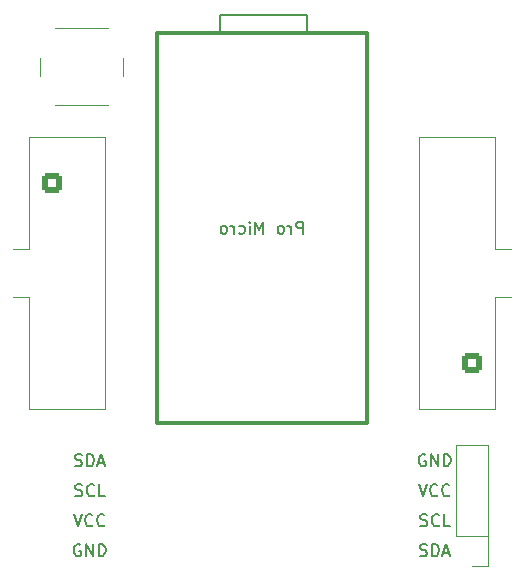
<source format=gto>
%TF.GenerationSoftware,KiCad,Pcbnew,(6.0.5-0)*%
%TF.CreationDate,2022-06-20T18:53:45+08:00*%
%TF.ProjectId,Control,436f6e74-726f-46c2-9e6b-696361645f70,V3.2.1*%
%TF.SameCoordinates,PX7df6180PY32de760*%
%TF.FileFunction,Legend,Top*%
%TF.FilePolarity,Positive*%
%FSLAX46Y46*%
G04 Gerber Fmt 4.6, Leading zero omitted, Abs format (unit mm)*
G04 Created by KiCad (PCBNEW (6.0.5-0)) date 2022-06-20 18:53:45*
%MOMM*%
%LPD*%
G01*
G04 APERTURE LIST*
G04 Aperture macros list*
%AMRoundRect*
0 Rectangle with rounded corners*
0 $1 Rounding radius*
0 $2 $3 $4 $5 $6 $7 $8 $9 X,Y pos of 4 corners*
0 Add a 4 corners polygon primitive as box body*
4,1,4,$2,$3,$4,$5,$6,$7,$8,$9,$2,$3,0*
0 Add four circle primitives for the rounded corners*
1,1,$1+$1,$2,$3*
1,1,$1+$1,$4,$5*
1,1,$1+$1,$6,$7*
1,1,$1+$1,$8,$9*
0 Add four rect primitives between the rounded corners*
20,1,$1+$1,$2,$3,$4,$5,0*
20,1,$1+$1,$4,$5,$6,$7,0*
20,1,$1+$1,$6,$7,$8,$9,0*
20,1,$1+$1,$8,$9,$2,$3,0*%
G04 Aperture macros list end*
%ADD10C,0.152400*%
%ADD11C,0.120000*%
%ADD12C,0.300000*%
%ADD13C,0.200000*%
%ADD14C,0.381000*%
%ADD15C,0.010000*%
%ADD16RoundRect,0.250000X-0.600000X-0.600000X0.600000X-0.600000X0.600000X0.600000X-0.600000X0.600000X0*%
%ADD17C,1.700000*%
%ADD18RoundRect,0.250000X0.600000X0.600000X-0.600000X0.600000X-0.600000X-0.600000X0.600000X-0.600000X0*%
%ADD19C,2.000000*%
%ADD20R,1.700000X1.700000*%
%ADD21O,1.700000X1.700000*%
G04 APERTURE END LIST*
D10*
X21450904Y-31877000D02*
X21354142Y-31828619D01*
X21209000Y-31828619D01*
X21063857Y-31877000D01*
X20967095Y-31973761D01*
X20918714Y-32070523D01*
X20870333Y-32264047D01*
X20870333Y-32409190D01*
X20918714Y-32602714D01*
X20967095Y-32699476D01*
X21063857Y-32796238D01*
X21209000Y-32844619D01*
X21305761Y-32844619D01*
X21450904Y-32796238D01*
X21499285Y-32747857D01*
X21499285Y-32409190D01*
X21305761Y-32409190D01*
X21934714Y-32844619D02*
X21934714Y-31828619D01*
X22515285Y-32844619D01*
X22515285Y-31828619D01*
X22999095Y-32844619D02*
X22999095Y-31828619D01*
X23241000Y-31828619D01*
X23386142Y-31877000D01*
X23482904Y-31973761D01*
X23531285Y-32070523D01*
X23579666Y-32264047D01*
X23579666Y-32409190D01*
X23531285Y-32602714D01*
X23482904Y-32699476D01*
X23386142Y-32796238D01*
X23241000Y-32844619D01*
X22999095Y-32844619D01*
X-8218715Y-32796238D02*
X-8073572Y-32844619D01*
X-7831667Y-32844619D01*
X-7734905Y-32796238D01*
X-7686524Y-32747857D01*
X-7638143Y-32651095D01*
X-7638143Y-32554333D01*
X-7686524Y-32457571D01*
X-7734905Y-32409190D01*
X-7831667Y-32360809D01*
X-8025191Y-32312428D01*
X-8121953Y-32264047D01*
X-8170334Y-32215666D01*
X-8218715Y-32118904D01*
X-8218715Y-32022142D01*
X-8170334Y-31925380D01*
X-8121953Y-31877000D01*
X-8025191Y-31828619D01*
X-7783286Y-31828619D01*
X-7638143Y-31877000D01*
X-7202715Y-32844619D02*
X-7202715Y-31828619D01*
X-6960810Y-31828619D01*
X-6815667Y-31877000D01*
X-6718905Y-31973761D01*
X-6670524Y-32070523D01*
X-6622143Y-32264047D01*
X-6622143Y-32409190D01*
X-6670524Y-32602714D01*
X-6718905Y-32699476D01*
X-6815667Y-32796238D01*
X-6960810Y-32844619D01*
X-7202715Y-32844619D01*
X-6235096Y-32554333D02*
X-5751286Y-32554333D01*
X-6331858Y-32844619D02*
X-5993191Y-31828619D01*
X-5654524Y-32844619D01*
X-8339667Y-36908619D02*
X-8001000Y-37924619D01*
X-7662334Y-36908619D01*
X-6743096Y-37827857D02*
X-6791477Y-37876238D01*
X-6936620Y-37924619D01*
X-7033381Y-37924619D01*
X-7178524Y-37876238D01*
X-7275286Y-37779476D01*
X-7323667Y-37682714D01*
X-7372048Y-37489190D01*
X-7372048Y-37344047D01*
X-7323667Y-37150523D01*
X-7275286Y-37053761D01*
X-7178524Y-36957000D01*
X-7033381Y-36908619D01*
X-6936620Y-36908619D01*
X-6791477Y-36957000D01*
X-6743096Y-37005380D01*
X-5727096Y-37827857D02*
X-5775477Y-37876238D01*
X-5920620Y-37924619D01*
X-6017381Y-37924619D01*
X-6162524Y-37876238D01*
X-6259286Y-37779476D01*
X-6307667Y-37682714D01*
X-6356048Y-37489190D01*
X-6356048Y-37344047D01*
X-6307667Y-37150523D01*
X-6259286Y-37053761D01*
X-6162524Y-36957000D01*
X-6017381Y-36908619D01*
X-5920620Y-36908619D01*
X-5775477Y-36957000D01*
X-5727096Y-37005380D01*
X-8194524Y-35336238D02*
X-8049381Y-35384619D01*
X-7807477Y-35384619D01*
X-7710715Y-35336238D01*
X-7662334Y-35287857D01*
X-7613953Y-35191095D01*
X-7613953Y-35094333D01*
X-7662334Y-34997571D01*
X-7710715Y-34949190D01*
X-7807477Y-34900809D01*
X-8001000Y-34852428D01*
X-8097762Y-34804047D01*
X-8146143Y-34755666D01*
X-8194524Y-34658904D01*
X-8194524Y-34562142D01*
X-8146143Y-34465380D01*
X-8097762Y-34417000D01*
X-8001000Y-34368619D01*
X-7759096Y-34368619D01*
X-7613953Y-34417000D01*
X-6597953Y-35287857D02*
X-6646334Y-35336238D01*
X-6791477Y-35384619D01*
X-6888239Y-35384619D01*
X-7033381Y-35336238D01*
X-7130143Y-35239476D01*
X-7178524Y-35142714D01*
X-7226905Y-34949190D01*
X-7226905Y-34804047D01*
X-7178524Y-34610523D01*
X-7130143Y-34513761D01*
X-7033381Y-34417000D01*
X-6888239Y-34368619D01*
X-6791477Y-34368619D01*
X-6646334Y-34417000D01*
X-6597953Y-34465380D01*
X-5678715Y-35384619D02*
X-6162524Y-35384619D01*
X-6162524Y-34368619D01*
X21015476Y-37876238D02*
X21160619Y-37924619D01*
X21402523Y-37924619D01*
X21499285Y-37876238D01*
X21547666Y-37827857D01*
X21596047Y-37731095D01*
X21596047Y-37634333D01*
X21547666Y-37537571D01*
X21499285Y-37489190D01*
X21402523Y-37440809D01*
X21209000Y-37392428D01*
X21112238Y-37344047D01*
X21063857Y-37295666D01*
X21015476Y-37198904D01*
X21015476Y-37102142D01*
X21063857Y-37005380D01*
X21112238Y-36957000D01*
X21209000Y-36908619D01*
X21450904Y-36908619D01*
X21596047Y-36957000D01*
X22612047Y-37827857D02*
X22563666Y-37876238D01*
X22418523Y-37924619D01*
X22321761Y-37924619D01*
X22176619Y-37876238D01*
X22079857Y-37779476D01*
X22031476Y-37682714D01*
X21983095Y-37489190D01*
X21983095Y-37344047D01*
X22031476Y-37150523D01*
X22079857Y-37053761D01*
X22176619Y-36957000D01*
X22321761Y-36908619D01*
X22418523Y-36908619D01*
X22563666Y-36957000D01*
X22612047Y-37005380D01*
X23531285Y-37924619D02*
X23047476Y-37924619D01*
X23047476Y-36908619D01*
X20870333Y-34368619D02*
X21209000Y-35384619D01*
X21547666Y-34368619D01*
X22466904Y-35287857D02*
X22418523Y-35336238D01*
X22273380Y-35384619D01*
X22176619Y-35384619D01*
X22031476Y-35336238D01*
X21934714Y-35239476D01*
X21886333Y-35142714D01*
X21837952Y-34949190D01*
X21837952Y-34804047D01*
X21886333Y-34610523D01*
X21934714Y-34513761D01*
X22031476Y-34417000D01*
X22176619Y-34368619D01*
X22273380Y-34368619D01*
X22418523Y-34417000D01*
X22466904Y-34465380D01*
X23482904Y-35287857D02*
X23434523Y-35336238D01*
X23289380Y-35384619D01*
X23192619Y-35384619D01*
X23047476Y-35336238D01*
X22950714Y-35239476D01*
X22902333Y-35142714D01*
X22853952Y-34949190D01*
X22853952Y-34804047D01*
X22902333Y-34610523D01*
X22950714Y-34513761D01*
X23047476Y-34417000D01*
X23192619Y-34368619D01*
X23289380Y-34368619D01*
X23434523Y-34417000D01*
X23482904Y-34465380D01*
X-7759096Y-39497000D02*
X-7855858Y-39448619D01*
X-8001000Y-39448619D01*
X-8146143Y-39497000D01*
X-8242905Y-39593761D01*
X-8291286Y-39690523D01*
X-8339667Y-39884047D01*
X-8339667Y-40029190D01*
X-8291286Y-40222714D01*
X-8242905Y-40319476D01*
X-8146143Y-40416238D01*
X-8001000Y-40464619D01*
X-7904239Y-40464619D01*
X-7759096Y-40416238D01*
X-7710715Y-40367857D01*
X-7710715Y-40029190D01*
X-7904239Y-40029190D01*
X-7275286Y-40464619D02*
X-7275286Y-39448619D01*
X-6694715Y-40464619D01*
X-6694715Y-39448619D01*
X-6210905Y-40464619D02*
X-6210905Y-39448619D01*
X-5969000Y-39448619D01*
X-5823858Y-39497000D01*
X-5727096Y-39593761D01*
X-5678715Y-39690523D01*
X-5630334Y-39884047D01*
X-5630334Y-40029190D01*
X-5678715Y-40222714D01*
X-5727096Y-40319476D01*
X-5823858Y-40416238D01*
X-5969000Y-40464619D01*
X-6210905Y-40464619D01*
X20991285Y-40416238D02*
X21136428Y-40464619D01*
X21378333Y-40464619D01*
X21475095Y-40416238D01*
X21523476Y-40367857D01*
X21571857Y-40271095D01*
X21571857Y-40174333D01*
X21523476Y-40077571D01*
X21475095Y-40029190D01*
X21378333Y-39980809D01*
X21184809Y-39932428D01*
X21088047Y-39884047D01*
X21039666Y-39835666D01*
X20991285Y-39738904D01*
X20991285Y-39642142D01*
X21039666Y-39545380D01*
X21088047Y-39497000D01*
X21184809Y-39448619D01*
X21426714Y-39448619D01*
X21571857Y-39497000D01*
X22007285Y-40464619D02*
X22007285Y-39448619D01*
X22249190Y-39448619D01*
X22394333Y-39497000D01*
X22491095Y-39593761D01*
X22539476Y-39690523D01*
X22587857Y-39884047D01*
X22587857Y-40029190D01*
X22539476Y-40222714D01*
X22491095Y-40319476D01*
X22394333Y-40416238D01*
X22249190Y-40464619D01*
X22007285Y-40464619D01*
X22974904Y-40174333D02*
X23458714Y-40174333D01*
X22878142Y-40464619D02*
X23216809Y-39448619D01*
X23555476Y-40464619D01*
%TO.C,U1*%
X11079238Y-13159619D02*
X11079238Y-12143619D01*
X10692190Y-12143619D01*
X10595428Y-12192000D01*
X10547047Y-12240380D01*
X10498666Y-12337142D01*
X10498666Y-12482285D01*
X10547047Y-12579047D01*
X10595428Y-12627428D01*
X10692190Y-12675809D01*
X11079238Y-12675809D01*
X10063238Y-13159619D02*
X10063238Y-12482285D01*
X10063238Y-12675809D02*
X10014857Y-12579047D01*
X9966476Y-12530666D01*
X9869714Y-12482285D01*
X9772952Y-12482285D01*
X9289142Y-13159619D02*
X9385904Y-13111238D01*
X9434285Y-13062857D01*
X9482666Y-12966095D01*
X9482666Y-12675809D01*
X9434285Y-12579047D01*
X9385904Y-12530666D01*
X9289142Y-12482285D01*
X9144000Y-12482285D01*
X9047238Y-12530666D01*
X8998857Y-12579047D01*
X8950476Y-12675809D01*
X8950476Y-12966095D01*
X8998857Y-13062857D01*
X9047238Y-13111238D01*
X9144000Y-13159619D01*
X9289142Y-13159619D01*
X7740952Y-13159619D02*
X7740952Y-12143619D01*
X7402285Y-12869333D01*
X7063619Y-12143619D01*
X7063619Y-13159619D01*
X6579809Y-13159619D02*
X6579809Y-12482285D01*
X6579809Y-12143619D02*
X6628190Y-12192000D01*
X6579809Y-12240380D01*
X6531428Y-12192000D01*
X6579809Y-12143619D01*
X6579809Y-12240380D01*
X5660571Y-13111238D02*
X5757333Y-13159619D01*
X5950857Y-13159619D01*
X6047619Y-13111238D01*
X6096000Y-13062857D01*
X6144380Y-12966095D01*
X6144380Y-12675809D01*
X6096000Y-12579047D01*
X6047619Y-12530666D01*
X5950857Y-12482285D01*
X5757333Y-12482285D01*
X5660571Y-12530666D01*
X5225142Y-13159619D02*
X5225142Y-12482285D01*
X5225142Y-12675809D02*
X5176761Y-12579047D01*
X5128380Y-12530666D01*
X5031619Y-12482285D01*
X4934857Y-12482285D01*
X4451047Y-13159619D02*
X4547809Y-13111238D01*
X4596190Y-13062857D01*
X4644571Y-12966095D01*
X4644571Y-12675809D01*
X4596190Y-12579047D01*
X4547809Y-12530666D01*
X4451047Y-12482285D01*
X4305904Y-12482285D01*
X4209142Y-12530666D01*
X4160761Y-12579047D01*
X4112380Y-12675809D01*
X4112380Y-12966095D01*
X4160761Y-13062857D01*
X4209142Y-13111238D01*
X4305904Y-13159619D01*
X4451047Y-13159619D01*
D11*
%TO.C,J1*%
X-12140000Y-14460000D02*
X-12140000Y-4980000D01*
X-12140000Y-18560000D02*
X-12140000Y-18560000D01*
X-12140000Y-4980000D02*
X-5640000Y-4980000D01*
X-12140000Y-28040000D02*
X-12140000Y-18560000D01*
X-12140000Y-18560000D02*
X-13450000Y-18560000D01*
X-5640000Y-28040000D02*
X-12140000Y-28040000D01*
X-13450000Y-14460000D02*
X-12140000Y-14460000D01*
X-5640000Y-4980000D02*
X-5640000Y-28040000D01*
%TO.C,J2*%
X20880000Y-4980000D02*
X27380000Y-4980000D01*
X20880000Y-28040000D02*
X20880000Y-4980000D01*
X27380000Y-14460000D02*
X28690000Y-14460000D01*
X27380000Y-4980000D02*
X27380000Y-14460000D01*
X28690000Y-18560000D02*
X27380000Y-18560000D01*
X27380000Y-14460000D02*
X27380000Y-14460000D01*
X27380000Y-28040000D02*
X20880000Y-28040000D01*
X27380000Y-18560000D02*
X27380000Y-28040000D01*
%TO.C,SW1*%
X-9945000Y-2270000D02*
X-5445000Y-2270000D01*
X-4195000Y230000D02*
X-4195000Y1730000D01*
X-11195000Y1730000D02*
X-11195000Y230000D01*
X-5445000Y4230000D02*
X-9945000Y4230000D01*
%TO.C,J4*%
X24070000Y-38735000D02*
X24070000Y-31055000D01*
X26730000Y-38735000D02*
X26730000Y-31055000D01*
X26730000Y-41335000D02*
X25400000Y-41335000D01*
X26730000Y-38735000D02*
X24070000Y-38735000D01*
X26730000Y-31055000D02*
X24070000Y-31055000D01*
X26730000Y-41335000D02*
X26730000Y-38675000D01*
X26730000Y-40005000D02*
X26730000Y-41335000D01*
D12*
%TO.C,U1*%
X16510000Y-29210000D02*
X-1270000Y-29210000D01*
X-1270000Y-29210000D02*
X-1270000Y3810000D01*
D13*
X4064000Y5334000D02*
X4064000Y3810000D01*
D12*
X-1270000Y3810000D02*
X16510000Y3810000D01*
D13*
X11430000Y3810000D02*
X11430000Y5334000D01*
D12*
X16510000Y3810000D02*
X16510000Y-29210000D01*
D13*
X11430000Y5334000D02*
X4064000Y5334000D01*
%TD*%
%LPC*%
D14*
X-1631421Y-37344047D02*
X-1313921Y-34804047D01*
X-346302Y-34804047D01*
X-119517Y-34925000D01*
X-13683Y-35045952D01*
X77031Y-35287857D01*
X31674Y-35650714D01*
X-119517Y-35892619D01*
X-255588Y-36013571D01*
X-512612Y-36134523D01*
X-1480231Y-36134523D01*
X908579Y-37344047D02*
X1120245Y-35650714D01*
X1059769Y-36134523D02*
X1210960Y-35892619D01*
X1347031Y-35771666D01*
X1604055Y-35650714D01*
X1845960Y-35650714D01*
X3569531Y-37344047D02*
X3735841Y-36013571D01*
X3645126Y-35771666D01*
X3418341Y-35650714D01*
X2934531Y-35650714D01*
X2677507Y-35771666D01*
X3584650Y-37223095D02*
X3327626Y-37344047D01*
X2722864Y-37344047D01*
X2496079Y-37223095D01*
X2405364Y-36981190D01*
X2435602Y-36739285D01*
X2586793Y-36497380D01*
X2843817Y-36376428D01*
X3448579Y-36376428D01*
X3705602Y-36255476D01*
X6079293Y-35650714D02*
X5822269Y-37706904D01*
X5671079Y-37948809D01*
X5535007Y-38069761D01*
X5277983Y-38190714D01*
X4915126Y-38190714D01*
X4688341Y-38069761D01*
X5882745Y-37223095D02*
X5625722Y-37344047D01*
X5141912Y-37344047D01*
X4915126Y-37223095D01*
X4809293Y-37102142D01*
X4718579Y-36860238D01*
X4809293Y-36134523D01*
X4960483Y-35892619D01*
X5096555Y-35771666D01*
X5353579Y-35650714D01*
X5837388Y-35650714D01*
X6064174Y-35771666D01*
X7077150Y-37344047D02*
X7288817Y-35650714D01*
X7258579Y-35892619D02*
X7394650Y-35771666D01*
X7651674Y-35650714D01*
X8014531Y-35650714D01*
X8241317Y-35771666D01*
X8332031Y-36013571D01*
X8165722Y-37344047D01*
X8332031Y-36013571D02*
X8483222Y-35771666D01*
X8740245Y-35650714D01*
X9103102Y-35650714D01*
X9329888Y-35771666D01*
X9420602Y-36013571D01*
X9254293Y-37344047D01*
X11552388Y-37344047D02*
X11718698Y-36013571D01*
X11627983Y-35771666D01*
X11401198Y-35650714D01*
X10917388Y-35650714D01*
X10660364Y-35771666D01*
X11567507Y-37223095D02*
X11310483Y-37344047D01*
X10705722Y-37344047D01*
X10478936Y-37223095D01*
X10388222Y-36981190D01*
X10418460Y-36739285D01*
X10569650Y-36497380D01*
X10826674Y-36376428D01*
X11431436Y-36376428D01*
X11688460Y-36255476D01*
X12610722Y-35650714D02*
X13578341Y-35650714D01*
X13079412Y-34804047D02*
X12807269Y-36981190D01*
X12897983Y-37223095D01*
X13124769Y-37344047D01*
X13366674Y-37344047D01*
X14213341Y-37344047D02*
X14425007Y-35650714D01*
X14530841Y-34804047D02*
X14394769Y-34925000D01*
X14500602Y-35045952D01*
X14636674Y-34925000D01*
X14530841Y-34804047D01*
X14500602Y-35045952D01*
X16526555Y-37223095D02*
X16269531Y-37344047D01*
X15785722Y-37344047D01*
X15558936Y-37223095D01*
X15453102Y-37102142D01*
X15362388Y-36860238D01*
X15453102Y-36134523D01*
X15604293Y-35892619D01*
X15740364Y-35771666D01*
X15997388Y-35650714D01*
X16481198Y-35650714D01*
X16707983Y-35771666D01*
%TO.C,Logo1*%
G36*
X24639833Y-688663D02*
G01*
X24642048Y-726850D01*
X24643784Y-784886D01*
X24644899Y-858180D01*
X24645257Y-935055D01*
X24645257Y-1195196D01*
X24599326Y-1241127D01*
X24567675Y-1269429D01*
X24539890Y-1280893D01*
X24501915Y-1280168D01*
X24486840Y-1278321D01*
X24439726Y-1272948D01*
X24400756Y-1269869D01*
X24391257Y-1269585D01*
X24359233Y-1271445D01*
X24313432Y-1276114D01*
X24295674Y-1278321D01*
X24252057Y-1281735D01*
X24222745Y-1274320D01*
X24193680Y-1251427D01*
X24183188Y-1241127D01*
X24137257Y-1195196D01*
X24137257Y-708602D01*
X24174226Y-691758D01*
X24206059Y-679282D01*
X24224683Y-674914D01*
X24229458Y-688718D01*
X24233921Y-727286D01*
X24237775Y-786356D01*
X24240722Y-861663D01*
X24242143Y-925286D01*
X24246114Y-1175657D01*
X24280759Y-1180556D01*
X24312268Y-1177131D01*
X24327708Y-1166041D01*
X24332023Y-1145308D01*
X24335708Y-1101145D01*
X24338469Y-1039146D01*
X24340012Y-964909D01*
X24340235Y-926706D01*
X24340457Y-706783D01*
X24386166Y-690849D01*
X24418518Y-680015D01*
X24436115Y-674962D01*
X24436623Y-674914D01*
X24438388Y-688648D01*
X24440329Y-726730D01*
X24442282Y-784482D01*
X24444084Y-857227D01*
X24445343Y-925286D01*
X24449314Y-1175657D01*
X24536400Y-1175657D01*
X24540396Y-947240D01*
X24544392Y-718822D01*
X24586847Y-696868D01*
X24618192Y-681793D01*
X24636744Y-674951D01*
X24637279Y-674914D01*
X24639833Y-688663D01*
G37*
D15*
X24639833Y-688663D02*
X24642048Y-726850D01*
X24643784Y-784886D01*
X24644899Y-858180D01*
X24645257Y-935055D01*
X24645257Y-1195196D01*
X24599326Y-1241127D01*
X24567675Y-1269429D01*
X24539890Y-1280893D01*
X24501915Y-1280168D01*
X24486840Y-1278321D01*
X24439726Y-1272948D01*
X24400756Y-1269869D01*
X24391257Y-1269585D01*
X24359233Y-1271445D01*
X24313432Y-1276114D01*
X24295674Y-1278321D01*
X24252057Y-1281735D01*
X24222745Y-1274320D01*
X24193680Y-1251427D01*
X24183188Y-1241127D01*
X24137257Y-1195196D01*
X24137257Y-708602D01*
X24174226Y-691758D01*
X24206059Y-679282D01*
X24224683Y-674914D01*
X24229458Y-688718D01*
X24233921Y-727286D01*
X24237775Y-786356D01*
X24240722Y-861663D01*
X24242143Y-925286D01*
X24246114Y-1175657D01*
X24280759Y-1180556D01*
X24312268Y-1177131D01*
X24327708Y-1166041D01*
X24332023Y-1145308D01*
X24335708Y-1101145D01*
X24338469Y-1039146D01*
X24340012Y-964909D01*
X24340235Y-926706D01*
X24340457Y-706783D01*
X24386166Y-690849D01*
X24418518Y-680015D01*
X24436115Y-674962D01*
X24436623Y-674914D01*
X24438388Y-688648D01*
X24440329Y-726730D01*
X24442282Y-784482D01*
X24444084Y-857227D01*
X24445343Y-925286D01*
X24449314Y-1175657D01*
X24536400Y-1175657D01*
X24540396Y-947240D01*
X24544392Y-718822D01*
X24586847Y-696868D01*
X24618192Y-681793D01*
X24636744Y-674951D01*
X24637279Y-674914D01*
X24639833Y-688663D01*
G36*
X22963910Y4027652D02*
G01*
X23042454Y4027222D01*
X23099298Y4026058D01*
X23138105Y4023793D01*
X23162538Y4020060D01*
X23176262Y4014494D01*
X23182940Y4006727D01*
X23186236Y3996395D01*
X23186556Y3995057D01*
X23191562Y3970921D01*
X23200829Y3923299D01*
X23213392Y3857259D01*
X23228287Y3777872D01*
X23244551Y3690204D01*
X23245119Y3687125D01*
X23261410Y3601211D01*
X23276652Y3525304D01*
X23289861Y3463955D01*
X23300054Y3421718D01*
X23306248Y3403145D01*
X23306543Y3402816D01*
X23324788Y3393747D01*
X23362405Y3378633D01*
X23411271Y3360738D01*
X23411543Y3360642D01*
X23473093Y3337507D01*
X23545657Y3308035D01*
X23614057Y3278403D01*
X23617294Y3276938D01*
X23728702Y3226374D01*
X23975399Y3394840D01*
X24051077Y3446197D01*
X24119631Y3492111D01*
X24177088Y3529970D01*
X24219476Y3557163D01*
X24242825Y3571079D01*
X24245042Y3572111D01*
X24262010Y3567516D01*
X24293701Y3545345D01*
X24341352Y3504553D01*
X24406198Y3444095D01*
X24472397Y3379773D01*
X24536214Y3316388D01*
X24593329Y3258549D01*
X24640305Y3209825D01*
X24673703Y3173790D01*
X24690085Y3154016D01*
X24690694Y3152998D01*
X24692505Y3139428D01*
X24685683Y3117267D01*
X24668540Y3083522D01*
X24639393Y3035200D01*
X24596555Y2969308D01*
X24539448Y2884483D01*
X24488766Y2809823D01*
X24443461Y2742860D01*
X24406150Y2687484D01*
X24379452Y2647580D01*
X24365985Y2627038D01*
X24365137Y2625644D01*
X24366781Y2605962D01*
X24379245Y2567707D01*
X24400048Y2518111D01*
X24407462Y2502272D01*
X24439814Y2431710D01*
X24474328Y2351647D01*
X24502365Y2282371D01*
X24522568Y2230955D01*
X24538615Y2191881D01*
X24547888Y2171459D01*
X24549041Y2169886D01*
X24566096Y2167279D01*
X24606298Y2160137D01*
X24664302Y2149477D01*
X24734763Y2136315D01*
X24812335Y2121667D01*
X24891672Y2106551D01*
X24967431Y2091982D01*
X25034264Y2078978D01*
X25086828Y2068555D01*
X25119776Y2061730D01*
X25127857Y2059801D01*
X25136205Y2055038D01*
X25142506Y2044282D01*
X25147045Y2023902D01*
X25150104Y1990266D01*
X25151967Y1939745D01*
X25152918Y1868708D01*
X25153240Y1773524D01*
X25153257Y1734508D01*
X25153257Y1417201D01*
X25077057Y1402161D01*
X25034663Y1394005D01*
X24971400Y1382101D01*
X24894962Y1367884D01*
X24813043Y1352790D01*
X24790400Y1348645D01*
X24714806Y1333947D01*
X24648953Y1319495D01*
X24598366Y1306625D01*
X24568574Y1296678D01*
X24563612Y1293713D01*
X24551426Y1272717D01*
X24533953Y1232033D01*
X24514577Y1179678D01*
X24510734Y1168400D01*
X24485339Y1098477D01*
X24453817Y1019582D01*
X24422969Y948734D01*
X24422817Y948405D01*
X24371447Y837267D01*
X24540399Y588747D01*
X24709352Y340228D01*
X24492429Y122942D01*
X24426819Y58274D01*
X24366979Y1267D01*
X24316267Y-45033D01*
X24278046Y-77584D01*
X24255675Y-93343D01*
X24252466Y-94343D01*
X24233626Y-86469D01*
X24195180Y-64578D01*
X24141330Y-31267D01*
X24076276Y10869D01*
X24005940Y58057D01*
X23934555Y106190D01*
X23870908Y148072D01*
X23819041Y181129D01*
X23782995Y202782D01*
X23766867Y210457D01*
X23747189Y203963D01*
X23709875Y186850D01*
X23662621Y162674D01*
X23657612Y159987D01*
X23593977Y128073D01*
X23550341Y112421D01*
X23523202Y112255D01*
X23509057Y126796D01*
X23508975Y127000D01*
X23501905Y144221D01*
X23485042Y185101D01*
X23459695Y246475D01*
X23427171Y325181D01*
X23388778Y418053D01*
X23345822Y521928D01*
X23304222Y622498D01*
X23258504Y733484D01*
X23216526Y836297D01*
X23179548Y927785D01*
X23148827Y1004799D01*
X23125622Y1064185D01*
X23111190Y1102791D01*
X23106743Y1117200D01*
X23117896Y1133728D01*
X23147069Y1160070D01*
X23185971Y1189113D01*
X23296757Y1280961D01*
X23383351Y1386241D01*
X23444716Y1502734D01*
X23479815Y1628224D01*
X23487608Y1760493D01*
X23481943Y1821543D01*
X23451078Y1948205D01*
X23397920Y2060059D01*
X23325767Y2155999D01*
X23237917Y2234924D01*
X23137665Y2295730D01*
X23028310Y2337313D01*
X22913147Y2358572D01*
X22795475Y2358401D01*
X22678590Y2335699D01*
X22565789Y2289362D01*
X22460369Y2218287D01*
X22416368Y2178089D01*
X22331979Y2074871D01*
X22273222Y1962075D01*
X22239704Y1842990D01*
X22231035Y1720905D01*
X22246823Y1599107D01*
X22286678Y1480884D01*
X22350207Y1369525D01*
X22437021Y1268316D01*
X22534029Y1189113D01*
X22574437Y1158838D01*
X22602982Y1132781D01*
X22613257Y1117175D01*
X22607877Y1100157D01*
X22592575Y1059500D01*
X22568612Y998358D01*
X22537244Y919881D01*
X22499732Y827220D01*
X22457333Y723528D01*
X22415663Y622474D01*
X22369690Y511393D01*
X22327107Y408459D01*
X22289221Y316835D01*
X22257340Y239684D01*
X22232771Y180169D01*
X22216820Y141456D01*
X22210910Y127000D01*
X22196948Y112315D01*
X22169940Y112358D01*
X22126413Y127901D01*
X22062890Y159716D01*
X22062388Y159987D01*
X22014560Y184677D01*
X21975897Y202662D01*
X21954095Y210386D01*
X21953133Y210457D01*
X21936721Y202622D01*
X21900487Y180835D01*
X21848474Y147672D01*
X21784725Y105709D01*
X21714060Y58057D01*
X21642116Y9809D01*
X21577274Y-32151D01*
X21523735Y-65227D01*
X21485697Y-86821D01*
X21467533Y-94343D01*
X21450808Y-84457D01*
X21417180Y-56826D01*
X21370010Y-14495D01*
X21312658Y39495D01*
X21248484Y102101D01*
X21227497Y123017D01*
X21010499Y340377D01*
X21175668Y582780D01*
X21225864Y657219D01*
X21269919Y724028D01*
X21305362Y779335D01*
X21329719Y819271D01*
X21340522Y839964D01*
X21340838Y841437D01*
X21335143Y860942D01*
X21319826Y900178D01*
X21297537Y952570D01*
X21281893Y987645D01*
X21252641Y1054799D01*
X21225094Y1122642D01*
X21203737Y1179966D01*
X21197935Y1197428D01*
X21181452Y1244062D01*
X21165340Y1280095D01*
X21156490Y1293713D01*
X21136960Y1302048D01*
X21094334Y1313863D01*
X21034145Y1327819D01*
X20961922Y1342578D01*
X20929600Y1348645D01*
X20847522Y1363727D01*
X20768795Y1378331D01*
X20701109Y1391020D01*
X20652160Y1400358D01*
X20642943Y1402161D01*
X20566743Y1417201D01*
X20566743Y1734508D01*
X20566914Y1838846D01*
X20567616Y1917787D01*
X20569134Y1974962D01*
X20571749Y2014001D01*
X20575746Y2038535D01*
X20581409Y2052195D01*
X20589020Y2058611D01*
X20592143Y2059801D01*
X20610978Y2064020D01*
X20652588Y2072438D01*
X20711630Y2084039D01*
X20782757Y2097805D01*
X20860625Y2112720D01*
X20939887Y2127768D01*
X21015198Y2141931D01*
X21081213Y2154194D01*
X21132587Y2163539D01*
X21163975Y2168950D01*
X21170959Y2169886D01*
X21177285Y2182404D01*
X21191290Y2215754D01*
X21210355Y2263623D01*
X21217634Y2282371D01*
X21246996Y2354805D01*
X21281571Y2434830D01*
X21312537Y2502272D01*
X21335323Y2553841D01*
X21350482Y2596215D01*
X21355542Y2622166D01*
X21354736Y2625644D01*
X21344041Y2642064D01*
X21319620Y2678583D01*
X21284095Y2731313D01*
X21240087Y2796365D01*
X21190217Y2869849D01*
X21180356Y2884355D01*
X21122492Y2970296D01*
X21079956Y3035739D01*
X21051054Y3083696D01*
X21034090Y3117180D01*
X21027367Y3139205D01*
X21029190Y3152783D01*
X21029236Y3152869D01*
X21043586Y3170703D01*
X21075323Y3205183D01*
X21121010Y3252732D01*
X21177204Y3309778D01*
X21240468Y3372745D01*
X21247602Y3379773D01*
X21327330Y3456980D01*
X21388857Y3513670D01*
X21433421Y3550890D01*
X21462257Y3569685D01*
X21474958Y3572111D01*
X21493494Y3561529D01*
X21531961Y3537084D01*
X21586386Y3501388D01*
X21652798Y3457053D01*
X21727225Y3406689D01*
X21744601Y3394840D01*
X21991297Y3226374D01*
X22102706Y3276938D01*
X22170457Y3306405D01*
X22243183Y3336041D01*
X22305703Y3359670D01*
X22308457Y3360642D01*
X22357360Y3378543D01*
X22395057Y3393680D01*
X22413425Y3402790D01*
X22413456Y3402816D01*
X22419285Y3419283D01*
X22429192Y3459781D01*
X22442195Y3519758D01*
X22457309Y3594660D01*
X22473552Y3679936D01*
X22474881Y3687125D01*
X22491175Y3774986D01*
X22506133Y3854740D01*
X22518791Y3921319D01*
X22528186Y3969653D01*
X22533354Y3994675D01*
X22533444Y3995057D01*
X22536589Y4005701D01*
X22542704Y4013738D01*
X22555453Y4019533D01*
X22578500Y4023453D01*
X22615509Y4025865D01*
X22670144Y4027135D01*
X22746067Y4027629D01*
X22846944Y4027714D01*
X22860000Y4027714D01*
X22963910Y4027652D01*
G37*
X22963910Y4027652D02*
X23042454Y4027222D01*
X23099298Y4026058D01*
X23138105Y4023793D01*
X23162538Y4020060D01*
X23176262Y4014494D01*
X23182940Y4006727D01*
X23186236Y3996395D01*
X23186556Y3995057D01*
X23191562Y3970921D01*
X23200829Y3923299D01*
X23213392Y3857259D01*
X23228287Y3777872D01*
X23244551Y3690204D01*
X23245119Y3687125D01*
X23261410Y3601211D01*
X23276652Y3525304D01*
X23289861Y3463955D01*
X23300054Y3421718D01*
X23306248Y3403145D01*
X23306543Y3402816D01*
X23324788Y3393747D01*
X23362405Y3378633D01*
X23411271Y3360738D01*
X23411543Y3360642D01*
X23473093Y3337507D01*
X23545657Y3308035D01*
X23614057Y3278403D01*
X23617294Y3276938D01*
X23728702Y3226374D01*
X23975399Y3394840D01*
X24051077Y3446197D01*
X24119631Y3492111D01*
X24177088Y3529970D01*
X24219476Y3557163D01*
X24242825Y3571079D01*
X24245042Y3572111D01*
X24262010Y3567516D01*
X24293701Y3545345D01*
X24341352Y3504553D01*
X24406198Y3444095D01*
X24472397Y3379773D01*
X24536214Y3316388D01*
X24593329Y3258549D01*
X24640305Y3209825D01*
X24673703Y3173790D01*
X24690085Y3154016D01*
X24690694Y3152998D01*
X24692505Y3139428D01*
X24685683Y3117267D01*
X24668540Y3083522D01*
X24639393Y3035200D01*
X24596555Y2969308D01*
X24539448Y2884483D01*
X24488766Y2809823D01*
X24443461Y2742860D01*
X24406150Y2687484D01*
X24379452Y2647580D01*
X24365985Y2627038D01*
X24365137Y2625644D01*
X24366781Y2605962D01*
X24379245Y2567707D01*
X24400048Y2518111D01*
X24407462Y2502272D01*
X24439814Y2431710D01*
X24474328Y2351647D01*
X24502365Y2282371D01*
X24522568Y2230955D01*
X24538615Y2191881D01*
X24547888Y2171459D01*
X24549041Y2169886D01*
X24566096Y2167279D01*
X24606298Y2160137D01*
X24664302Y2149477D01*
X24734763Y2136315D01*
X24812335Y2121667D01*
X24891672Y2106551D01*
X24967431Y2091982D01*
X25034264Y2078978D01*
X25086828Y2068555D01*
X25119776Y2061730D01*
X25127857Y2059801D01*
X25136205Y2055038D01*
X25142506Y2044282D01*
X25147045Y2023902D01*
X25150104Y1990266D01*
X25151967Y1939745D01*
X25152918Y1868708D01*
X25153240Y1773524D01*
X25153257Y1734508D01*
X25153257Y1417201D01*
X25077057Y1402161D01*
X25034663Y1394005D01*
X24971400Y1382101D01*
X24894962Y1367884D01*
X24813043Y1352790D01*
X24790400Y1348645D01*
X24714806Y1333947D01*
X24648953Y1319495D01*
X24598366Y1306625D01*
X24568574Y1296678D01*
X24563612Y1293713D01*
X24551426Y1272717D01*
X24533953Y1232033D01*
X24514577Y1179678D01*
X24510734Y1168400D01*
X24485339Y1098477D01*
X24453817Y1019582D01*
X24422969Y948734D01*
X24422817Y948405D01*
X24371447Y837267D01*
X24540399Y588747D01*
X24709352Y340228D01*
X24492429Y122942D01*
X24426819Y58274D01*
X24366979Y1267D01*
X24316267Y-45033D01*
X24278046Y-77584D01*
X24255675Y-93343D01*
X24252466Y-94343D01*
X24233626Y-86469D01*
X24195180Y-64578D01*
X24141330Y-31267D01*
X24076276Y10869D01*
X24005940Y58057D01*
X23934555Y106190D01*
X23870908Y148072D01*
X23819041Y181129D01*
X23782995Y202782D01*
X23766867Y210457D01*
X23747189Y203963D01*
X23709875Y186850D01*
X23662621Y162674D01*
X23657612Y159987D01*
X23593977Y128073D01*
X23550341Y112421D01*
X23523202Y112255D01*
X23509057Y126796D01*
X23508975Y127000D01*
X23501905Y144221D01*
X23485042Y185101D01*
X23459695Y246475D01*
X23427171Y325181D01*
X23388778Y418053D01*
X23345822Y521928D01*
X23304222Y622498D01*
X23258504Y733484D01*
X23216526Y836297D01*
X23179548Y927785D01*
X23148827Y1004799D01*
X23125622Y1064185D01*
X23111190Y1102791D01*
X23106743Y1117200D01*
X23117896Y1133728D01*
X23147069Y1160070D01*
X23185971Y1189113D01*
X23296757Y1280961D01*
X23383351Y1386241D01*
X23444716Y1502734D01*
X23479815Y1628224D01*
X23487608Y1760493D01*
X23481943Y1821543D01*
X23451078Y1948205D01*
X23397920Y2060059D01*
X23325767Y2155999D01*
X23237917Y2234924D01*
X23137665Y2295730D01*
X23028310Y2337313D01*
X22913147Y2358572D01*
X22795475Y2358401D01*
X22678590Y2335699D01*
X22565789Y2289362D01*
X22460369Y2218287D01*
X22416368Y2178089D01*
X22331979Y2074871D01*
X22273222Y1962075D01*
X22239704Y1842990D01*
X22231035Y1720905D01*
X22246823Y1599107D01*
X22286678Y1480884D01*
X22350207Y1369525D01*
X22437021Y1268316D01*
X22534029Y1189113D01*
X22574437Y1158838D01*
X22602982Y1132781D01*
X22613257Y1117175D01*
X22607877Y1100157D01*
X22592575Y1059500D01*
X22568612Y998358D01*
X22537244Y919881D01*
X22499732Y827220D01*
X22457333Y723528D01*
X22415663Y622474D01*
X22369690Y511393D01*
X22327107Y408459D01*
X22289221Y316835D01*
X22257340Y239684D01*
X22232771Y180169D01*
X22216820Y141456D01*
X22210910Y127000D01*
X22196948Y112315D01*
X22169940Y112358D01*
X22126413Y127901D01*
X22062890Y159716D01*
X22062388Y159987D01*
X22014560Y184677D01*
X21975897Y202662D01*
X21954095Y210386D01*
X21953133Y210457D01*
X21936721Y202622D01*
X21900487Y180835D01*
X21848474Y147672D01*
X21784725Y105709D01*
X21714060Y58057D01*
X21642116Y9809D01*
X21577274Y-32151D01*
X21523735Y-65227D01*
X21485697Y-86821D01*
X21467533Y-94343D01*
X21450808Y-84457D01*
X21417180Y-56826D01*
X21370010Y-14495D01*
X21312658Y39495D01*
X21248484Y102101D01*
X21227497Y123017D01*
X21010499Y340377D01*
X21175668Y582780D01*
X21225864Y657219D01*
X21269919Y724028D01*
X21305362Y779335D01*
X21329719Y819271D01*
X21340522Y839964D01*
X21340838Y841437D01*
X21335143Y860942D01*
X21319826Y900178D01*
X21297537Y952570D01*
X21281893Y987645D01*
X21252641Y1054799D01*
X21225094Y1122642D01*
X21203737Y1179966D01*
X21197935Y1197428D01*
X21181452Y1244062D01*
X21165340Y1280095D01*
X21156490Y1293713D01*
X21136960Y1302048D01*
X21094334Y1313863D01*
X21034145Y1327819D01*
X20961922Y1342578D01*
X20929600Y1348645D01*
X20847522Y1363727D01*
X20768795Y1378331D01*
X20701109Y1391020D01*
X20652160Y1400358D01*
X20642943Y1402161D01*
X20566743Y1417201D01*
X20566743Y1734508D01*
X20566914Y1838846D01*
X20567616Y1917787D01*
X20569134Y1974962D01*
X20571749Y2014001D01*
X20575746Y2038535D01*
X20581409Y2052195D01*
X20589020Y2058611D01*
X20592143Y2059801D01*
X20610978Y2064020D01*
X20652588Y2072438D01*
X20711630Y2084039D01*
X20782757Y2097805D01*
X20860625Y2112720D01*
X20939887Y2127768D01*
X21015198Y2141931D01*
X21081213Y2154194D01*
X21132587Y2163539D01*
X21163975Y2168950D01*
X21170959Y2169886D01*
X21177285Y2182404D01*
X21191290Y2215754D01*
X21210355Y2263623D01*
X21217634Y2282371D01*
X21246996Y2354805D01*
X21281571Y2434830D01*
X21312537Y2502272D01*
X21335323Y2553841D01*
X21350482Y2596215D01*
X21355542Y2622166D01*
X21354736Y2625644D01*
X21344041Y2642064D01*
X21319620Y2678583D01*
X21284095Y2731313D01*
X21240087Y2796365D01*
X21190217Y2869849D01*
X21180356Y2884355D01*
X21122492Y2970296D01*
X21079956Y3035739D01*
X21051054Y3083696D01*
X21034090Y3117180D01*
X21027367Y3139205D01*
X21029190Y3152783D01*
X21029236Y3152869D01*
X21043586Y3170703D01*
X21075323Y3205183D01*
X21121010Y3252732D01*
X21177204Y3309778D01*
X21240468Y3372745D01*
X21247602Y3379773D01*
X21327330Y3456980D01*
X21388857Y3513670D01*
X21433421Y3550890D01*
X21462257Y3569685D01*
X21474958Y3572111D01*
X21493494Y3561529D01*
X21531961Y3537084D01*
X21586386Y3501388D01*
X21652798Y3457053D01*
X21727225Y3406689D01*
X21744601Y3394840D01*
X21991297Y3226374D01*
X22102706Y3276938D01*
X22170457Y3306405D01*
X22243183Y3336041D01*
X22305703Y3359670D01*
X22308457Y3360642D01*
X22357360Y3378543D01*
X22395057Y3393680D01*
X22413425Y3402790D01*
X22413456Y3402816D01*
X22419285Y3419283D01*
X22429192Y3459781D01*
X22442195Y3519758D01*
X22457309Y3594660D01*
X22473552Y3679936D01*
X22474881Y3687125D01*
X22491175Y3774986D01*
X22506133Y3854740D01*
X22518791Y3921319D01*
X22528186Y3969653D01*
X22533354Y3994675D01*
X22533444Y3995057D01*
X22536589Y4005701D01*
X22542704Y4013738D01*
X22555453Y4019533D01*
X22578500Y4023453D01*
X22615509Y4025865D01*
X22670144Y4027135D01*
X22746067Y4027629D01*
X22846944Y4027714D01*
X22860000Y4027714D01*
X22963910Y4027652D01*
G36*
X25728196Y-825384D02*
G01*
X25741884Y-776695D01*
X25764096Y-740849D01*
X25796574Y-712513D01*
X25810733Y-703355D01*
X25875053Y-679507D01*
X25945473Y-678006D01*
X26013595Y-696966D01*
X26071021Y-734497D01*
X26098719Y-768096D01*
X26120662Y-829064D01*
X26122405Y-877308D01*
X26118457Y-941816D01*
X25969686Y-1006934D01*
X25897349Y-1040202D01*
X25850084Y-1066964D01*
X25825507Y-1090144D01*
X25821237Y-1112667D01*
X25834889Y-1137455D01*
X25849943Y-1153886D01*
X25893746Y-1180235D01*
X25941389Y-1182081D01*
X25985145Y-1161546D01*
X26017289Y-1120752D01*
X26023038Y-1106347D01*
X26050576Y-1061356D01*
X26082258Y-1042182D01*
X26125714Y-1025779D01*
X26125714Y-1087966D01*
X26121872Y-1130283D01*
X26106823Y-1165969D01*
X26075280Y-1206943D01*
X26070592Y-1212267D01*
X26035506Y-1248720D01*
X26005347Y-1268283D01*
X25967615Y-1277283D01*
X25936335Y-1280230D01*
X25880385Y-1280965D01*
X25840555Y-1271660D01*
X25815708Y-1257846D01*
X25776656Y-1227467D01*
X25749625Y-1194613D01*
X25732517Y-1153294D01*
X25723238Y-1097521D01*
X25719693Y-1021305D01*
X25719410Y-982622D01*
X25720372Y-936247D01*
X25808007Y-936247D01*
X25809023Y-961126D01*
X25811556Y-965200D01*
X25828274Y-959665D01*
X25864249Y-945017D01*
X25912331Y-924190D01*
X25922386Y-919714D01*
X25983152Y-888814D01*
X26016632Y-861657D01*
X26023990Y-836220D01*
X26006391Y-810481D01*
X25991856Y-799109D01*
X25939410Y-776364D01*
X25890322Y-780122D01*
X25849227Y-807884D01*
X25820758Y-857152D01*
X25811631Y-896257D01*
X25808007Y-936247D01*
X25720372Y-936247D01*
X25721285Y-892249D01*
X25728196Y-825384D01*
G37*
X25728196Y-825384D02*
X25741884Y-776695D01*
X25764096Y-740849D01*
X25796574Y-712513D01*
X25810733Y-703355D01*
X25875053Y-679507D01*
X25945473Y-678006D01*
X26013595Y-696966D01*
X26071021Y-734497D01*
X26098719Y-768096D01*
X26120662Y-829064D01*
X26122405Y-877308D01*
X26118457Y-941816D01*
X25969686Y-1006934D01*
X25897349Y-1040202D01*
X25850084Y-1066964D01*
X25825507Y-1090144D01*
X25821237Y-1112667D01*
X25834889Y-1137455D01*
X25849943Y-1153886D01*
X25893746Y-1180235D01*
X25941389Y-1182081D01*
X25985145Y-1161546D01*
X26017289Y-1120752D01*
X26023038Y-1106347D01*
X26050576Y-1061356D01*
X26082258Y-1042182D01*
X26125714Y-1025779D01*
X26125714Y-1087966D01*
X26121872Y-1130283D01*
X26106823Y-1165969D01*
X26075280Y-1206943D01*
X26070592Y-1212267D01*
X26035506Y-1248720D01*
X26005347Y-1268283D01*
X25967615Y-1277283D01*
X25936335Y-1280230D01*
X25880385Y-1280965D01*
X25840555Y-1271660D01*
X25815708Y-1257846D01*
X25776656Y-1227467D01*
X25749625Y-1194613D01*
X25732517Y-1153294D01*
X25723238Y-1097521D01*
X25719693Y-1021305D01*
X25719410Y-982622D01*
X25720372Y-936247D01*
X25808007Y-936247D01*
X25809023Y-961126D01*
X25811556Y-965200D01*
X25828274Y-959665D01*
X25864249Y-945017D01*
X25912331Y-924190D01*
X25922386Y-919714D01*
X25983152Y-888814D01*
X26016632Y-861657D01*
X26023990Y-836220D01*
X26006391Y-810481D01*
X25991856Y-799109D01*
X25939410Y-776364D01*
X25890322Y-780122D01*
X25849227Y-807884D01*
X25820758Y-857152D01*
X25811631Y-896257D01*
X25808007Y-936247D01*
X25720372Y-936247D01*
X25721285Y-892249D01*
X25728196Y-825384D01*
G36*
X25004876Y-686335D02*
G01*
X25046667Y-705344D01*
X25079469Y-728378D01*
X25103503Y-754133D01*
X25120097Y-787358D01*
X25130577Y-832800D01*
X25136271Y-895207D01*
X25138507Y-979327D01*
X25138743Y-1034721D01*
X25138743Y-1250826D01*
X25101774Y-1267670D01*
X25072656Y-1279981D01*
X25058231Y-1284514D01*
X25055472Y-1271025D01*
X25053282Y-1234653D01*
X25051942Y-1181542D01*
X25051657Y-1139372D01*
X25050434Y-1078447D01*
X25047136Y-1030115D01*
X25042321Y-1000518D01*
X25038496Y-994229D01*
X25012783Y-1000652D01*
X24972418Y-1017125D01*
X24925679Y-1039458D01*
X24880845Y-1063457D01*
X24846193Y-1084930D01*
X24830002Y-1099685D01*
X24829938Y-1099845D01*
X24831330Y-1127152D01*
X24843818Y-1153219D01*
X24865743Y-1174392D01*
X24897743Y-1181474D01*
X24925092Y-1180649D01*
X24963826Y-1180042D01*
X24984158Y-1189116D01*
X24996369Y-1213092D01*
X24997909Y-1217613D01*
X25003203Y-1251806D01*
X24989047Y-1272568D01*
X24952148Y-1282462D01*
X24912289Y-1284292D01*
X24840562Y-1270727D01*
X24803432Y-1251355D01*
X24757576Y-1205845D01*
X24733256Y-1149983D01*
X24731073Y-1090957D01*
X24751629Y-1035953D01*
X24782549Y-1001486D01*
X24813420Y-982189D01*
X24861942Y-957759D01*
X24918485Y-932985D01*
X24927910Y-929199D01*
X24990019Y-901791D01*
X25025822Y-877634D01*
X25037337Y-853619D01*
X25026580Y-826635D01*
X25008114Y-805543D01*
X24964469Y-779572D01*
X24916446Y-777624D01*
X24872406Y-797637D01*
X24840709Y-837551D01*
X24836549Y-847848D01*
X24812327Y-885724D01*
X24776965Y-913842D01*
X24732343Y-936917D01*
X24732343Y-871485D01*
X24734969Y-831506D01*
X24746230Y-799997D01*
X24771199Y-766378D01*
X24795169Y-740484D01*
X24832441Y-703817D01*
X24861401Y-684121D01*
X24892505Y-676220D01*
X24927713Y-674914D01*
X25004876Y-686335D01*
G37*
X25004876Y-686335D02*
X25046667Y-705344D01*
X25079469Y-728378D01*
X25103503Y-754133D01*
X25120097Y-787358D01*
X25130577Y-832800D01*
X25136271Y-895207D01*
X25138507Y-979327D01*
X25138743Y-1034721D01*
X25138743Y-1250826D01*
X25101774Y-1267670D01*
X25072656Y-1279981D01*
X25058231Y-1284514D01*
X25055472Y-1271025D01*
X25053282Y-1234653D01*
X25051942Y-1181542D01*
X25051657Y-1139372D01*
X25050434Y-1078447D01*
X25047136Y-1030115D01*
X25042321Y-1000518D01*
X25038496Y-994229D01*
X25012783Y-1000652D01*
X24972418Y-1017125D01*
X24925679Y-1039458D01*
X24880845Y-1063457D01*
X24846193Y-1084930D01*
X24830002Y-1099685D01*
X24829938Y-1099845D01*
X24831330Y-1127152D01*
X24843818Y-1153219D01*
X24865743Y-1174392D01*
X24897743Y-1181474D01*
X24925092Y-1180649D01*
X24963826Y-1180042D01*
X24984158Y-1189116D01*
X24996369Y-1213092D01*
X24997909Y-1217613D01*
X25003203Y-1251806D01*
X24989047Y-1272568D01*
X24952148Y-1282462D01*
X24912289Y-1284292D01*
X24840562Y-1270727D01*
X24803432Y-1251355D01*
X24757576Y-1205845D01*
X24733256Y-1149983D01*
X24731073Y-1090957D01*
X24751629Y-1035953D01*
X24782549Y-1001486D01*
X24813420Y-982189D01*
X24861942Y-957759D01*
X24918485Y-932985D01*
X24927910Y-929199D01*
X24990019Y-901791D01*
X25025822Y-877634D01*
X25037337Y-853619D01*
X25026580Y-826635D01*
X25008114Y-805543D01*
X24964469Y-779572D01*
X24916446Y-777624D01*
X24872406Y-797637D01*
X24840709Y-837551D01*
X24836549Y-847848D01*
X24812327Y-885724D01*
X24776965Y-913842D01*
X24732343Y-936917D01*
X24732343Y-871485D01*
X24734969Y-831506D01*
X24746230Y-799997D01*
X24771199Y-766378D01*
X24795169Y-740484D01*
X24832441Y-703817D01*
X24861401Y-684121D01*
X24892505Y-676220D01*
X24927713Y-674914D01*
X25004876Y-686335D01*
G36*
X25512600Y-688752D02*
G01*
X25529948Y-696334D01*
X25571356Y-729128D01*
X25606765Y-776547D01*
X25628664Y-827151D01*
X25632229Y-852098D01*
X25620279Y-886927D01*
X25594067Y-905357D01*
X25565964Y-916516D01*
X25553095Y-918572D01*
X25546829Y-903649D01*
X25534456Y-871175D01*
X25529028Y-856502D01*
X25498590Y-805744D01*
X25454520Y-780427D01*
X25398010Y-781206D01*
X25393825Y-782203D01*
X25363655Y-796507D01*
X25341476Y-824393D01*
X25326327Y-869287D01*
X25317250Y-934615D01*
X25313286Y-1023804D01*
X25312914Y-1071261D01*
X25312730Y-1146071D01*
X25311522Y-1197069D01*
X25308309Y-1229471D01*
X25302109Y-1248495D01*
X25291940Y-1259356D01*
X25276819Y-1267272D01*
X25275946Y-1267670D01*
X25246828Y-1279981D01*
X25232403Y-1284514D01*
X25230186Y-1270809D01*
X25228289Y-1232925D01*
X25226847Y-1175715D01*
X25225998Y-1104027D01*
X25225829Y-1051565D01*
X25226692Y-950047D01*
X25230070Y-873032D01*
X25237142Y-816023D01*
X25249088Y-774526D01*
X25267090Y-744043D01*
X25292327Y-720080D01*
X25317247Y-703355D01*
X25377171Y-681097D01*
X25446911Y-676076D01*
X25512600Y-688752D01*
G37*
X25512600Y-688752D02*
X25529948Y-696334D01*
X25571356Y-729128D01*
X25606765Y-776547D01*
X25628664Y-827151D01*
X25632229Y-852098D01*
X25620279Y-886927D01*
X25594067Y-905357D01*
X25565964Y-916516D01*
X25553095Y-918572D01*
X25546829Y-903649D01*
X25534456Y-871175D01*
X25529028Y-856502D01*
X25498590Y-805744D01*
X25454520Y-780427D01*
X25398010Y-781206D01*
X25393825Y-782203D01*
X25363655Y-796507D01*
X25341476Y-824393D01*
X25326327Y-869287D01*
X25317250Y-934615D01*
X25313286Y-1023804D01*
X25312914Y-1071261D01*
X25312730Y-1146071D01*
X25311522Y-1197069D01*
X25308309Y-1229471D01*
X25302109Y-1248495D01*
X25291940Y-1259356D01*
X25276819Y-1267272D01*
X25275946Y-1267670D01*
X25246828Y-1279981D01*
X25232403Y-1284514D01*
X25230186Y-1270809D01*
X25228289Y-1232925D01*
X25226847Y-1175715D01*
X25225998Y-1104027D01*
X25225829Y-1051565D01*
X25226692Y-950047D01*
X25230070Y-873032D01*
X25237142Y-816023D01*
X25249088Y-774526D01*
X25267090Y-744043D01*
X25292327Y-720080D01*
X25317247Y-703355D01*
X25377171Y-681097D01*
X25446911Y-676076D01*
X25512600Y-688752D01*
G36*
X23644726Y-820086D02*
G01*
X23667135Y-768600D01*
X23702124Y-728443D01*
X23729375Y-707861D01*
X23778907Y-685625D01*
X23836316Y-675304D01*
X23889682Y-678067D01*
X23919543Y-689212D01*
X23931261Y-692383D01*
X23939037Y-680557D01*
X23944465Y-648866D01*
X23948571Y-600593D01*
X23953067Y-546829D01*
X23959313Y-514482D01*
X23970676Y-495985D01*
X23990528Y-483770D01*
X24003000Y-478362D01*
X24050171Y-458601D01*
X24050117Y-795358D01*
X24049933Y-903837D01*
X24049219Y-987287D01*
X24047675Y-1049704D01*
X24045001Y-1095085D01*
X24040894Y-1127429D01*
X24035055Y-1150733D01*
X24027182Y-1168995D01*
X24021221Y-1179418D01*
X23971855Y-1235945D01*
X23909264Y-1271377D01*
X23840013Y-1284090D01*
X23770668Y-1272463D01*
X23729375Y-1251568D01*
X23686025Y-1215422D01*
X23656481Y-1171276D01*
X23638655Y-1113462D01*
X23630463Y-1036313D01*
X23629302Y-979714D01*
X23629458Y-975647D01*
X23730857Y-975647D01*
X23731476Y-1040550D01*
X23734314Y-1083514D01*
X23740840Y-1111622D01*
X23752523Y-1131953D01*
X23766483Y-1147288D01*
X23813365Y-1176890D01*
X23863701Y-1179419D01*
X23911276Y-1154705D01*
X23914979Y-1151356D01*
X23930783Y-1133935D01*
X23940693Y-1113209D01*
X23946058Y-1082362D01*
X23948228Y-1034577D01*
X23948571Y-981748D01*
X23947827Y-915381D01*
X23944748Y-871106D01*
X23938061Y-842009D01*
X23926496Y-821173D01*
X23917013Y-810107D01*
X23872960Y-782198D01*
X23822224Y-778843D01*
X23773796Y-800159D01*
X23764450Y-808073D01*
X23748540Y-825647D01*
X23738610Y-846587D01*
X23733278Y-877782D01*
X23731163Y-926122D01*
X23730857Y-975647D01*
X23629458Y-975647D01*
X23632810Y-888568D01*
X23644726Y-820086D01*
G37*
X23644726Y-820086D02*
X23667135Y-768600D01*
X23702124Y-728443D01*
X23729375Y-707861D01*
X23778907Y-685625D01*
X23836316Y-675304D01*
X23889682Y-678067D01*
X23919543Y-689212D01*
X23931261Y-692383D01*
X23939037Y-680557D01*
X23944465Y-648866D01*
X23948571Y-600593D01*
X23953067Y-546829D01*
X23959313Y-514482D01*
X23970676Y-495985D01*
X23990528Y-483770D01*
X24003000Y-478362D01*
X24050171Y-458601D01*
X24050117Y-795358D01*
X24049933Y-903837D01*
X24049219Y-987287D01*
X24047675Y-1049704D01*
X24045001Y-1095085D01*
X24040894Y-1127429D01*
X24035055Y-1150733D01*
X24027182Y-1168995D01*
X24021221Y-1179418D01*
X23971855Y-1235945D01*
X23909264Y-1271377D01*
X23840013Y-1284090D01*
X23770668Y-1272463D01*
X23729375Y-1251568D01*
X23686025Y-1215422D01*
X23656481Y-1171276D01*
X23638655Y-1113462D01*
X23630463Y-1036313D01*
X23629302Y-979714D01*
X23629458Y-975647D01*
X23730857Y-975647D01*
X23731476Y-1040550D01*
X23734314Y-1083514D01*
X23740840Y-1111622D01*
X23752523Y-1131953D01*
X23766483Y-1147288D01*
X23813365Y-1176890D01*
X23863701Y-1179419D01*
X23911276Y-1154705D01*
X23914979Y-1151356D01*
X23930783Y-1133935D01*
X23940693Y-1113209D01*
X23946058Y-1082362D01*
X23948228Y-1034577D01*
X23948571Y-981748D01*
X23947827Y-915381D01*
X23944748Y-871106D01*
X23938061Y-842009D01*
X23926496Y-821173D01*
X23917013Y-810107D01*
X23872960Y-782198D01*
X23822224Y-778843D01*
X23773796Y-800159D01*
X23764450Y-808073D01*
X23748540Y-825647D01*
X23738610Y-846587D01*
X23733278Y-877782D01*
X23731163Y-926122D01*
X23730857Y-975647D01*
X23629458Y-975647D01*
X23632810Y-888568D01*
X23644726Y-820086D01*
G36*
X23389926Y-679755D02*
G01*
X23455858Y-704084D01*
X23509273Y-747117D01*
X23530164Y-777409D01*
X23552939Y-832994D01*
X23552466Y-873186D01*
X23528562Y-900217D01*
X23519717Y-904813D01*
X23481530Y-919144D01*
X23462028Y-915472D01*
X23455422Y-891407D01*
X23455086Y-878114D01*
X23442992Y-829210D01*
X23411471Y-794999D01*
X23367659Y-778476D01*
X23318695Y-782634D01*
X23278894Y-804227D01*
X23265450Y-816544D01*
X23255921Y-831487D01*
X23249485Y-854075D01*
X23245317Y-889328D01*
X23242597Y-942266D01*
X23240502Y-1017907D01*
X23239960Y-1041857D01*
X23237981Y-1123790D01*
X23235731Y-1181455D01*
X23232357Y-1219608D01*
X23227006Y-1243004D01*
X23218824Y-1256398D01*
X23206959Y-1264545D01*
X23199362Y-1268144D01*
X23167102Y-1280452D01*
X23148111Y-1284514D01*
X23141836Y-1270948D01*
X23138006Y-1229934D01*
X23136600Y-1160999D01*
X23137598Y-1063669D01*
X23137908Y-1048657D01*
X23140101Y-959859D01*
X23142693Y-895019D01*
X23146382Y-849067D01*
X23151864Y-816935D01*
X23159835Y-793553D01*
X23170993Y-773852D01*
X23176830Y-765410D01*
X23210296Y-728057D01*
X23247727Y-699003D01*
X23252309Y-696467D01*
X23319426Y-676443D01*
X23389926Y-679755D01*
G37*
X23389926Y-679755D02*
X23455858Y-704084D01*
X23509273Y-747117D01*
X23530164Y-777409D01*
X23552939Y-832994D01*
X23552466Y-873186D01*
X23528562Y-900217D01*
X23519717Y-904813D01*
X23481530Y-919144D01*
X23462028Y-915472D01*
X23455422Y-891407D01*
X23455086Y-878114D01*
X23442992Y-829210D01*
X23411471Y-794999D01*
X23367659Y-778476D01*
X23318695Y-782634D01*
X23278894Y-804227D01*
X23265450Y-816544D01*
X23255921Y-831487D01*
X23249485Y-854075D01*
X23245317Y-889328D01*
X23242597Y-942266D01*
X23240502Y-1017907D01*
X23239960Y-1041857D01*
X23237981Y-1123790D01*
X23235731Y-1181455D01*
X23232357Y-1219608D01*
X23227006Y-1243004D01*
X23218824Y-1256398D01*
X23206959Y-1264545D01*
X23199362Y-1268144D01*
X23167102Y-1280452D01*
X23148111Y-1284514D01*
X23141836Y-1270948D01*
X23138006Y-1229934D01*
X23136600Y-1160999D01*
X23137598Y-1063669D01*
X23137908Y-1048657D01*
X23140101Y-959859D01*
X23142693Y-895019D01*
X23146382Y-849067D01*
X23151864Y-816935D01*
X23159835Y-793553D01*
X23170993Y-773852D01*
X23176830Y-765410D01*
X23210296Y-728057D01*
X23247727Y-699003D01*
X23252309Y-696467D01*
X23319426Y-676443D01*
X23389926Y-679755D01*
G36*
X22899744Y-680968D02*
G01*
X22956616Y-702087D01*
X22957267Y-702493D01*
X22992440Y-728380D01*
X23018407Y-758633D01*
X23036670Y-798058D01*
X23048732Y-851462D01*
X23056096Y-923651D01*
X23060264Y-1019432D01*
X23060629Y-1033078D01*
X23065876Y-1238842D01*
X23021716Y-1261678D01*
X22989763Y-1277110D01*
X22970470Y-1284423D01*
X22969578Y-1284514D01*
X22966239Y-1271022D01*
X22963587Y-1234626D01*
X22961956Y-1181452D01*
X22961600Y-1138393D01*
X22961592Y-1068641D01*
X22958403Y-1024837D01*
X22947288Y-1003944D01*
X22923501Y-1002925D01*
X22882296Y-1018741D01*
X22820086Y-1047815D01*
X22774341Y-1071963D01*
X22750813Y-1092913D01*
X22743896Y-1115747D01*
X22743886Y-1116877D01*
X22755299Y-1156212D01*
X22789092Y-1177462D01*
X22840809Y-1180539D01*
X22878061Y-1180006D01*
X22897703Y-1190735D01*
X22909952Y-1216505D01*
X22917002Y-1249337D01*
X22906842Y-1267966D01*
X22903017Y-1270632D01*
X22867001Y-1281340D01*
X22816566Y-1282856D01*
X22764626Y-1275759D01*
X22727822Y-1262788D01*
X22676938Y-1219585D01*
X22648014Y-1159446D01*
X22642286Y-1112462D01*
X22646657Y-1070082D01*
X22662475Y-1035488D01*
X22693797Y-1004763D01*
X22744678Y-973990D01*
X22819176Y-939252D01*
X22823714Y-937288D01*
X22890821Y-906287D01*
X22932232Y-880862D01*
X22949981Y-858014D01*
X22946107Y-834745D01*
X22922643Y-808056D01*
X22915627Y-801914D01*
X22868630Y-778100D01*
X22819933Y-779103D01*
X22777522Y-802451D01*
X22749384Y-845675D01*
X22746769Y-854160D01*
X22721308Y-895308D01*
X22689001Y-915128D01*
X22642286Y-934770D01*
X22642286Y-883950D01*
X22656496Y-810082D01*
X22698675Y-742327D01*
X22720624Y-719661D01*
X22770517Y-690569D01*
X22833967Y-677400D01*
X22899744Y-680968D01*
G37*
X22899744Y-680968D02*
X22956616Y-702087D01*
X22957267Y-702493D01*
X22992440Y-728380D01*
X23018407Y-758633D01*
X23036670Y-798058D01*
X23048732Y-851462D01*
X23056096Y-923651D01*
X23060264Y-1019432D01*
X23060629Y-1033078D01*
X23065876Y-1238842D01*
X23021716Y-1261678D01*
X22989763Y-1277110D01*
X22970470Y-1284423D01*
X22969578Y-1284514D01*
X22966239Y-1271022D01*
X22963587Y-1234626D01*
X22961956Y-1181452D01*
X22961600Y-1138393D01*
X22961592Y-1068641D01*
X22958403Y-1024837D01*
X22947288Y-1003944D01*
X22923501Y-1002925D01*
X22882296Y-1018741D01*
X22820086Y-1047815D01*
X22774341Y-1071963D01*
X22750813Y-1092913D01*
X22743896Y-1115747D01*
X22743886Y-1116877D01*
X22755299Y-1156212D01*
X22789092Y-1177462D01*
X22840809Y-1180539D01*
X22878061Y-1180006D01*
X22897703Y-1190735D01*
X22909952Y-1216505D01*
X22917002Y-1249337D01*
X22906842Y-1267966D01*
X22903017Y-1270632D01*
X22867001Y-1281340D01*
X22816566Y-1282856D01*
X22764626Y-1275759D01*
X22727822Y-1262788D01*
X22676938Y-1219585D01*
X22648014Y-1159446D01*
X22642286Y-1112462D01*
X22646657Y-1070082D01*
X22662475Y-1035488D01*
X22693797Y-1004763D01*
X22744678Y-973990D01*
X22819176Y-939252D01*
X22823714Y-937288D01*
X22890821Y-906287D01*
X22932232Y-880862D01*
X22949981Y-858014D01*
X22946107Y-834745D01*
X22922643Y-808056D01*
X22915627Y-801914D01*
X22868630Y-778100D01*
X22819933Y-779103D01*
X22777522Y-802451D01*
X22749384Y-845675D01*
X22746769Y-854160D01*
X22721308Y-895308D01*
X22689001Y-915128D01*
X22642286Y-934770D01*
X22642286Y-883950D01*
X22656496Y-810082D01*
X22698675Y-742327D01*
X22720624Y-719661D01*
X22770517Y-690569D01*
X22833967Y-677400D01*
X22899744Y-680968D01*
G36*
X19597096Y-838159D02*
G01*
X19602068Y-801949D01*
X19610713Y-775299D01*
X19624005Y-751722D01*
X19626943Y-747338D01*
X19676313Y-688249D01*
X19730109Y-653947D01*
X19795602Y-640331D01*
X19817842Y-639665D01*
X19901115Y-651962D01*
X19969145Y-687733D01*
X20019351Y-745301D01*
X20037185Y-782312D01*
X20051063Y-837882D01*
X20058167Y-908096D01*
X20058840Y-984727D01*
X20053427Y-1059552D01*
X20042270Y-1124342D01*
X20025714Y-1170873D01*
X20020626Y-1178887D01*
X19960355Y-1238707D01*
X19888769Y-1274535D01*
X19811092Y-1285020D01*
X19732548Y-1268810D01*
X19710689Y-1259092D01*
X19668122Y-1229143D01*
X19630763Y-1189433D01*
X19627232Y-1184397D01*
X19612881Y-1160124D01*
X19603394Y-1134178D01*
X19597790Y-1100022D01*
X19595086Y-1051119D01*
X19594299Y-980935D01*
X19594286Y-965200D01*
X19594322Y-960192D01*
X19739429Y-960192D01*
X19740273Y-1026430D01*
X19743596Y-1070386D01*
X19750583Y-1098779D01*
X19762416Y-1118325D01*
X19768457Y-1124857D01*
X19803186Y-1149680D01*
X19836903Y-1148548D01*
X19870995Y-1127016D01*
X19891329Y-1104029D01*
X19903371Y-1070478D01*
X19910134Y-1017569D01*
X19910598Y-1011399D01*
X19911752Y-915513D01*
X19899688Y-844299D01*
X19874570Y-798194D01*
X19836560Y-777635D01*
X19822992Y-776514D01*
X19787364Y-782152D01*
X19762994Y-801686D01*
X19748093Y-839042D01*
X19740875Y-898150D01*
X19739429Y-960192D01*
X19594322Y-960192D01*
X19594826Y-890413D01*
X19597096Y-838159D01*
G37*
X19597096Y-838159D02*
X19602068Y-801949D01*
X19610713Y-775299D01*
X19624005Y-751722D01*
X19626943Y-747338D01*
X19676313Y-688249D01*
X19730109Y-653947D01*
X19795602Y-640331D01*
X19817842Y-639665D01*
X19901115Y-651962D01*
X19969145Y-687733D01*
X20019351Y-745301D01*
X20037185Y-782312D01*
X20051063Y-837882D01*
X20058167Y-908096D01*
X20058840Y-984727D01*
X20053427Y-1059552D01*
X20042270Y-1124342D01*
X20025714Y-1170873D01*
X20020626Y-1178887D01*
X19960355Y-1238707D01*
X19888769Y-1274535D01*
X19811092Y-1285020D01*
X19732548Y-1268810D01*
X19710689Y-1259092D01*
X19668122Y-1229143D01*
X19630763Y-1189433D01*
X19627232Y-1184397D01*
X19612881Y-1160124D01*
X19603394Y-1134178D01*
X19597790Y-1100022D01*
X19595086Y-1051119D01*
X19594299Y-980935D01*
X19594286Y-965200D01*
X19594322Y-960192D01*
X19739429Y-960192D01*
X19740273Y-1026430D01*
X19743596Y-1070386D01*
X19750583Y-1098779D01*
X19762416Y-1118325D01*
X19768457Y-1124857D01*
X19803186Y-1149680D01*
X19836903Y-1148548D01*
X19870995Y-1127016D01*
X19891329Y-1104029D01*
X19903371Y-1070478D01*
X19910134Y-1017569D01*
X19910598Y-1011399D01*
X19911752Y-915513D01*
X19899688Y-844299D01*
X19874570Y-798194D01*
X19836560Y-777635D01*
X19822992Y-776514D01*
X19787364Y-782152D01*
X19762994Y-801686D01*
X19748093Y-839042D01*
X19740875Y-898150D01*
X19739429Y-960192D01*
X19594322Y-960192D01*
X19594826Y-890413D01*
X19597096Y-838159D01*
G36*
X22235886Y-581289D02*
G01*
X22240139Y-640613D01*
X22245025Y-675572D01*
X22251795Y-690820D01*
X22261702Y-691015D01*
X22264914Y-689195D01*
X22307644Y-676015D01*
X22363227Y-676785D01*
X22419737Y-690333D01*
X22455082Y-707861D01*
X22491321Y-735861D01*
X22517813Y-767549D01*
X22535999Y-807813D01*
X22547322Y-861543D01*
X22553222Y-933626D01*
X22555143Y-1028951D01*
X22555177Y-1047237D01*
X22555200Y-1252646D01*
X22509491Y-1268580D01*
X22477027Y-1279420D01*
X22459215Y-1284468D01*
X22458691Y-1284514D01*
X22456937Y-1270828D01*
X22455444Y-1233076D01*
X22454326Y-1176224D01*
X22453697Y-1105234D01*
X22453600Y-1062073D01*
X22453398Y-976973D01*
X22452358Y-915981D01*
X22449831Y-874177D01*
X22445164Y-846642D01*
X22437707Y-828456D01*
X22426811Y-814698D01*
X22420007Y-808073D01*
X22373272Y-781375D01*
X22322272Y-779375D01*
X22276001Y-801955D01*
X22267444Y-810107D01*
X22254893Y-825436D01*
X22246188Y-843618D01*
X22240631Y-869909D01*
X22237526Y-909562D01*
X22236176Y-967832D01*
X22235886Y-1048173D01*
X22235886Y-1252646D01*
X22190177Y-1268580D01*
X22157713Y-1279420D01*
X22139901Y-1284468D01*
X22139377Y-1284514D01*
X22138037Y-1270623D01*
X22136828Y-1231439D01*
X22135801Y-1170700D01*
X22135002Y-1092141D01*
X22134481Y-999498D01*
X22134286Y-896509D01*
X22134286Y-499342D01*
X22181457Y-479444D01*
X22228629Y-459547D01*
X22235886Y-581289D01*
G37*
X22235886Y-581289D02*
X22240139Y-640613D01*
X22245025Y-675572D01*
X22251795Y-690820D01*
X22261702Y-691015D01*
X22264914Y-689195D01*
X22307644Y-676015D01*
X22363227Y-676785D01*
X22419737Y-690333D01*
X22455082Y-707861D01*
X22491321Y-735861D01*
X22517813Y-767549D01*
X22535999Y-807813D01*
X22547322Y-861543D01*
X22553222Y-933626D01*
X22555143Y-1028951D01*
X22555177Y-1047237D01*
X22555200Y-1252646D01*
X22509491Y-1268580D01*
X22477027Y-1279420D01*
X22459215Y-1284468D01*
X22458691Y-1284514D01*
X22456937Y-1270828D01*
X22455444Y-1233076D01*
X22454326Y-1176224D01*
X22453697Y-1105234D01*
X22453600Y-1062073D01*
X22453398Y-976973D01*
X22452358Y-915981D01*
X22449831Y-874177D01*
X22445164Y-846642D01*
X22437707Y-828456D01*
X22426811Y-814698D01*
X22420007Y-808073D01*
X22373272Y-781375D01*
X22322272Y-779375D01*
X22276001Y-801955D01*
X22267444Y-810107D01*
X22254893Y-825436D01*
X22246188Y-843618D01*
X22240631Y-869909D01*
X22237526Y-909562D01*
X22236176Y-967832D01*
X22235886Y-1048173D01*
X22235886Y-1252646D01*
X22190177Y-1268580D01*
X22157713Y-1279420D01*
X22139901Y-1284468D01*
X22139377Y-1284514D01*
X22138037Y-1270623D01*
X22136828Y-1231439D01*
X22135801Y-1170700D01*
X22135002Y-1092141D01*
X22134481Y-999498D01*
X22134286Y-896509D01*
X22134286Y-499342D01*
X22181457Y-479444D01*
X22228629Y-459547D01*
X22235886Y-581289D01*
G36*
X20731550Y-766212D02*
G01*
X20765456Y-717302D01*
X20826653Y-667878D01*
X20894063Y-643359D01*
X20962880Y-641797D01*
X21028303Y-661239D01*
X21085527Y-699735D01*
X21129749Y-755335D01*
X21156167Y-826086D01*
X21161510Y-878162D01*
X21160903Y-899893D01*
X21155822Y-916531D01*
X21141855Y-931437D01*
X21114589Y-947973D01*
X21069612Y-969498D01*
X21002511Y-999374D01*
X21002171Y-999524D01*
X20940407Y-1027813D01*
X20889759Y-1052933D01*
X20855404Y-1072179D01*
X20842518Y-1082848D01*
X20842514Y-1082934D01*
X20853872Y-1106166D01*
X20880431Y-1131774D01*
X20910923Y-1150221D01*
X20926370Y-1153886D01*
X20968515Y-1141212D01*
X21004808Y-1109471D01*
X21022517Y-1074572D01*
X21039552Y-1048845D01*
X21072922Y-1019546D01*
X21112149Y-994235D01*
X21146756Y-980471D01*
X21153993Y-979714D01*
X21162139Y-992160D01*
X21162630Y-1023972D01*
X21156643Y-1066866D01*
X21145357Y-1112558D01*
X21129950Y-1152761D01*
X21129171Y-1154322D01*
X21082804Y-1219062D01*
X21022711Y-1263097D01*
X20954465Y-1284711D01*
X20883638Y-1282185D01*
X20815804Y-1253804D01*
X20812788Y-1251808D01*
X20759427Y-1203448D01*
X20724340Y-1140352D01*
X20704922Y-1057387D01*
X20702316Y-1034078D01*
X20697701Y-924055D01*
X20703233Y-872748D01*
X20842514Y-872748D01*
X20844324Y-904753D01*
X20854222Y-914093D01*
X20878898Y-907105D01*
X20917795Y-890587D01*
X20961275Y-869881D01*
X20962356Y-869333D01*
X20999209Y-849949D01*
X21014000Y-837013D01*
X21010353Y-823451D01*
X20994995Y-805632D01*
X20955923Y-779845D01*
X20913846Y-777950D01*
X20876103Y-796717D01*
X20850034Y-832915D01*
X20842514Y-872748D01*
X20703233Y-872748D01*
X20707194Y-836027D01*
X20731550Y-766212D01*
G37*
X20731550Y-766212D02*
X20765456Y-717302D01*
X20826653Y-667878D01*
X20894063Y-643359D01*
X20962880Y-641797D01*
X21028303Y-661239D01*
X21085527Y-699735D01*
X21129749Y-755335D01*
X21156167Y-826086D01*
X21161510Y-878162D01*
X21160903Y-899893D01*
X21155822Y-916531D01*
X21141855Y-931437D01*
X21114589Y-947973D01*
X21069612Y-969498D01*
X21002511Y-999374D01*
X21002171Y-999524D01*
X20940407Y-1027813D01*
X20889759Y-1052933D01*
X20855404Y-1072179D01*
X20842518Y-1082848D01*
X20842514Y-1082934D01*
X20853872Y-1106166D01*
X20880431Y-1131774D01*
X20910923Y-1150221D01*
X20926370Y-1153886D01*
X20968515Y-1141212D01*
X21004808Y-1109471D01*
X21022517Y-1074572D01*
X21039552Y-1048845D01*
X21072922Y-1019546D01*
X21112149Y-994235D01*
X21146756Y-980471D01*
X21153993Y-979714D01*
X21162139Y-992160D01*
X21162630Y-1023972D01*
X21156643Y-1066866D01*
X21145357Y-1112558D01*
X21129950Y-1152761D01*
X21129171Y-1154322D01*
X21082804Y-1219062D01*
X21022711Y-1263097D01*
X20954465Y-1284711D01*
X20883638Y-1282185D01*
X20815804Y-1253804D01*
X20812788Y-1251808D01*
X20759427Y-1203448D01*
X20724340Y-1140352D01*
X20704922Y-1057387D01*
X20702316Y-1034078D01*
X20697701Y-924055D01*
X20703233Y-872748D01*
X20842514Y-872748D01*
X20844324Y-904753D01*
X20854222Y-914093D01*
X20878898Y-907105D01*
X20917795Y-890587D01*
X20961275Y-869881D01*
X20962356Y-869333D01*
X20999209Y-849949D01*
X21014000Y-837013D01*
X21010353Y-823451D01*
X20994995Y-805632D01*
X20955923Y-779845D01*
X20913846Y-777950D01*
X20876103Y-796717D01*
X20850034Y-832915D01*
X20842514Y-872748D01*
X20703233Y-872748D01*
X20707194Y-836027D01*
X20731550Y-766212D01*
G36*
X21576093Y-657780D02*
G01*
X21622672Y-684723D01*
X21655057Y-711466D01*
X21678742Y-739484D01*
X21695059Y-773748D01*
X21705339Y-819227D01*
X21710914Y-880892D01*
X21713116Y-963711D01*
X21713371Y-1023246D01*
X21713371Y-1242391D01*
X21651686Y-1270044D01*
X21590000Y-1297697D01*
X21582743Y-1057670D01*
X21579744Y-968028D01*
X21576598Y-902962D01*
X21572701Y-858026D01*
X21567447Y-828770D01*
X21560231Y-810748D01*
X21550450Y-799511D01*
X21547312Y-797079D01*
X21499761Y-778083D01*
X21451697Y-785600D01*
X21423086Y-805543D01*
X21411447Y-819675D01*
X21403391Y-838220D01*
X21398271Y-866334D01*
X21395441Y-909173D01*
X21394256Y-971895D01*
X21394057Y-1037261D01*
X21394018Y-1119268D01*
X21392614Y-1177316D01*
X21387914Y-1216465D01*
X21377987Y-1241780D01*
X21360903Y-1258323D01*
X21334732Y-1271156D01*
X21299775Y-1284491D01*
X21261596Y-1299007D01*
X21266141Y-1041389D01*
X21267971Y-948519D01*
X21270112Y-879889D01*
X21273181Y-830711D01*
X21277794Y-796198D01*
X21284568Y-771562D01*
X21294119Y-752016D01*
X21305634Y-734770D01*
X21361190Y-679680D01*
X21428980Y-647822D01*
X21502713Y-640191D01*
X21576093Y-657780D01*
G37*
X21576093Y-657780D02*
X21622672Y-684723D01*
X21655057Y-711466D01*
X21678742Y-739484D01*
X21695059Y-773748D01*
X21705339Y-819227D01*
X21710914Y-880892D01*
X21713116Y-963711D01*
X21713371Y-1023246D01*
X21713371Y-1242391D01*
X21651686Y-1270044D01*
X21590000Y-1297697D01*
X21582743Y-1057670D01*
X21579744Y-968028D01*
X21576598Y-902962D01*
X21572701Y-858026D01*
X21567447Y-828770D01*
X21560231Y-810748D01*
X21550450Y-799511D01*
X21547312Y-797079D01*
X21499761Y-778083D01*
X21451697Y-785600D01*
X21423086Y-805543D01*
X21411447Y-819675D01*
X21403391Y-838220D01*
X21398271Y-866334D01*
X21395441Y-909173D01*
X21394256Y-971895D01*
X21394057Y-1037261D01*
X21394018Y-1119268D01*
X21392614Y-1177316D01*
X21387914Y-1216465D01*
X21377987Y-1241780D01*
X21360903Y-1258323D01*
X21334732Y-1271156D01*
X21299775Y-1284491D01*
X21261596Y-1299007D01*
X21266141Y-1041389D01*
X21267971Y-948519D01*
X21270112Y-879889D01*
X21273181Y-830711D01*
X21277794Y-796198D01*
X21284568Y-771562D01*
X21294119Y-752016D01*
X21305634Y-734770D01*
X21361190Y-679680D01*
X21428980Y-647822D01*
X21502713Y-640191D01*
X21576093Y-657780D01*
G36*
X20153677Y-880333D02*
G01*
X20156450Y-832958D01*
X20160388Y-799290D01*
X20165849Y-775498D01*
X20173192Y-757753D01*
X20182777Y-742224D01*
X20186887Y-736381D01*
X20241405Y-681185D01*
X20310336Y-649890D01*
X20390072Y-641165D01*
X20459744Y-649918D01*
X20515201Y-677568D01*
X20564148Y-728480D01*
X20577629Y-747338D01*
X20592314Y-772015D01*
X20601842Y-798816D01*
X20607293Y-834587D01*
X20609747Y-886169D01*
X20610286Y-954267D01*
X20607852Y-1047588D01*
X20599394Y-1117657D01*
X20583174Y-1169931D01*
X20557454Y-1209869D01*
X20520497Y-1242929D01*
X20517782Y-1244886D01*
X20481360Y-1264908D01*
X20437502Y-1274815D01*
X20381724Y-1277257D01*
X20291048Y-1277257D01*
X20291010Y-1365283D01*
X20290166Y-1414308D01*
X20285024Y-1443065D01*
X20271587Y-1460311D01*
X20245858Y-1474808D01*
X20239679Y-1477769D01*
X20210764Y-1491648D01*
X20188376Y-1500414D01*
X20171729Y-1501171D01*
X20160036Y-1491023D01*
X20152510Y-1467073D01*
X20148366Y-1426426D01*
X20146815Y-1366186D01*
X20147071Y-1283455D01*
X20148349Y-1175339D01*
X20148748Y-1143000D01*
X20150185Y-1031524D01*
X20151472Y-958603D01*
X20290971Y-958603D01*
X20291755Y-1020499D01*
X20295240Y-1060997D01*
X20303124Y-1087708D01*
X20317105Y-1108244D01*
X20326597Y-1118260D01*
X20365404Y-1147567D01*
X20399763Y-1149952D01*
X20435216Y-1125750D01*
X20436114Y-1124857D01*
X20450539Y-1106153D01*
X20459313Y-1080732D01*
X20463739Y-1041584D01*
X20465118Y-981697D01*
X20465143Y-968430D01*
X20461812Y-885901D01*
X20450969Y-828691D01*
X20431340Y-793766D01*
X20401650Y-778094D01*
X20384491Y-776514D01*
X20343766Y-783926D01*
X20315832Y-808330D01*
X20299017Y-852980D01*
X20291650Y-921130D01*
X20290971Y-958603D01*
X20151472Y-958603D01*
X20151708Y-945245D01*
X20153677Y-880333D01*
G37*
X20153677Y-880333D02*
X20156450Y-832958D01*
X20160388Y-799290D01*
X20165849Y-775498D01*
X20173192Y-757753D01*
X20182777Y-742224D01*
X20186887Y-736381D01*
X20241405Y-681185D01*
X20310336Y-649890D01*
X20390072Y-641165D01*
X20459744Y-649918D01*
X20515201Y-677568D01*
X20564148Y-728480D01*
X20577629Y-747338D01*
X20592314Y-772015D01*
X20601842Y-798816D01*
X20607293Y-834587D01*
X20609747Y-886169D01*
X20610286Y-954267D01*
X20607852Y-1047588D01*
X20599394Y-1117657D01*
X20583174Y-1169931D01*
X20557454Y-1209869D01*
X20520497Y-1242929D01*
X20517782Y-1244886D01*
X20481360Y-1264908D01*
X20437502Y-1274815D01*
X20381724Y-1277257D01*
X20291048Y-1277257D01*
X20291010Y-1365283D01*
X20290166Y-1414308D01*
X20285024Y-1443065D01*
X20271587Y-1460311D01*
X20245858Y-1474808D01*
X20239679Y-1477769D01*
X20210764Y-1491648D01*
X20188376Y-1500414D01*
X20171729Y-1501171D01*
X20160036Y-1491023D01*
X20152510Y-1467073D01*
X20148366Y-1426426D01*
X20146815Y-1366186D01*
X20147071Y-1283455D01*
X20148349Y-1175339D01*
X20148748Y-1143000D01*
X20150185Y-1031524D01*
X20151472Y-958603D01*
X20290971Y-958603D01*
X20291755Y-1020499D01*
X20295240Y-1060997D01*
X20303124Y-1087708D01*
X20317105Y-1108244D01*
X20326597Y-1118260D01*
X20365404Y-1147567D01*
X20399763Y-1149952D01*
X20435216Y-1125750D01*
X20436114Y-1124857D01*
X20450539Y-1106153D01*
X20459313Y-1080732D01*
X20463739Y-1041584D01*
X20465118Y-981697D01*
X20465143Y-968430D01*
X20461812Y-885901D01*
X20450969Y-828691D01*
X20431340Y-793766D01*
X20401650Y-778094D01*
X20384491Y-776514D01*
X20343766Y-783926D01*
X20315832Y-808330D01*
X20299017Y-852980D01*
X20291650Y-921130D01*
X20290971Y-958603D01*
X20151472Y-958603D01*
X20151708Y-945245D01*
X20153677Y-880333D01*
%TD*%
D16*
%TO.C,J1*%
X-10160000Y-8890000D03*
D17*
X-7620000Y-8890000D03*
X-10160000Y-11430000D03*
X-7620000Y-11430000D03*
X-10160000Y-13970000D03*
X-7620000Y-13970000D03*
X-10160000Y-16510000D03*
X-7620000Y-16510000D03*
X-10160000Y-19050000D03*
X-7620000Y-19050000D03*
X-10160000Y-21590000D03*
X-7620000Y-21590000D03*
X-10160000Y-24130000D03*
X-7620000Y-24130000D03*
%TD*%
D18*
%TO.C,J2*%
X25400000Y-24130000D03*
D17*
X22860000Y-24130000D03*
X25400000Y-21590000D03*
X22860000Y-21590000D03*
X25400000Y-19050000D03*
X22860000Y-19050000D03*
X25400000Y-16510000D03*
X22860000Y-16510000D03*
X25400000Y-13970000D03*
X22860000Y-13970000D03*
X25400000Y-11430000D03*
X22860000Y-11430000D03*
X25400000Y-8890000D03*
X22860000Y-8890000D03*
%TD*%
D19*
%TO.C,SW1*%
X-10945000Y3230000D03*
X-10945000Y-1270000D03*
X-4445000Y3230000D03*
X-4445000Y-1270000D03*
%TD*%
D20*
%TO.C,J3*%
X-10160000Y-32395000D03*
D21*
X-10160000Y-34935000D03*
X-10160000Y-37475000D03*
X-10160000Y-40015000D03*
%TD*%
D20*
%TO.C,J4*%
X25400000Y-40005000D03*
D21*
X25400000Y-37465000D03*
X25400000Y-34925000D03*
X25400000Y-32385000D03*
%TD*%
M02*

</source>
